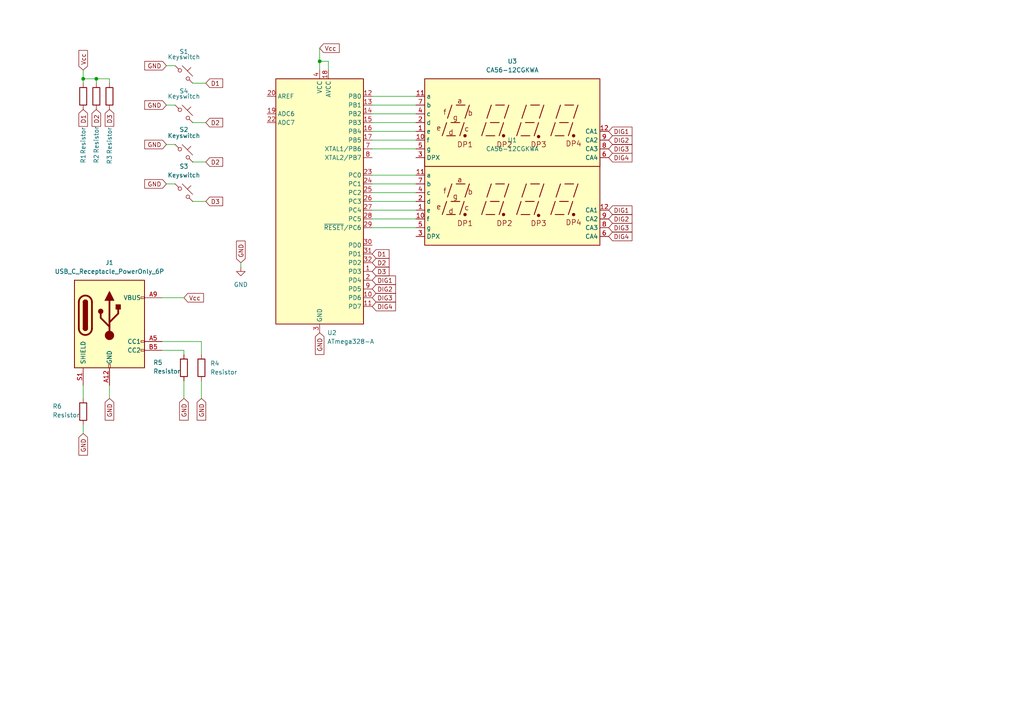
<source format=kicad_sch>
(kicad_sch (version 20231120) (generator "eeschema") (generator_version "8.0")
  (paper "A4")
  (lib_symbols
    (symbol "Connector:USB_C_Receptacle_PowerOnly_6P" (pin_names (offset 1.016))
      (property "Reference" "J" (at 0 16.51 0))
      (property "Value" "USB_C_Receptacle_PowerOnly_6P" (at 0 13.97 0))
      (symbol "USB_C_Receptacle_PowerOnly_6P_0_0"
        (rectangle (start -0.254 -12.7) (end 0.254 -11.684))
        (rectangle (start 10.16 -7.366) (end 9.144 -7.874))
        (rectangle (start 10.16 -4.826) (end 9.144 -5.334))
        (rectangle (start 10.16 7.874) (end 9.144 7.366))
      )
      (symbol "USB_C_Receptacle_PowerOnly_6P_0_1"
        (rectangle (start -10.16 12.7) (end 10.16 -12.7) (stroke (width 0.254)) (fill (type background)))
        (arc (start -8.89 -1.27) (mid -6.985 -3.1667) (end -5.08 -1.27) (stroke (width 0.508)))
        (arc (start -7.62 -1.27) (mid -6.985 -1.9023) (end -6.35 -1.27) (stroke (width 0.254)))
        (arc (start -7.62 -1.27) (mid -6.985 -1.9023) (end -6.35 -1.27) (stroke (width 0.254)) (fill (type outline)))
        (rectangle (start -7.62 -1.27) (end -6.35 6.35) (stroke (width 0.254)) (fill (type outline)))
        (arc (start -6.35 6.35) (mid -6.985 6.9823) (end -7.62 6.35) (stroke (width 0.254)))
        (arc (start -6.35 6.35) (mid -6.985 6.9823) (end -7.62 6.35) (stroke (width 0.254)) (fill (type outline)))
        (arc (start -5.08 6.35) (mid -6.985 8.2467) (end -8.89 6.35) (stroke (width 0.508)))
        (circle (center -2.54 3.683) (radius 0.635) (stroke (width 0.254)) (fill (type outline)))
        (circle (center 0 -3.302) (radius 1.27) (fill (type outline)))
        (polyline (pts (xy -8.89 -1.27) (xy -8.89 6.35)) (stroke (width 0.508)))
        (polyline (pts (xy -5.08 6.35) (xy -5.08 -1.27)) (stroke (width 0.508)))
        (polyline (pts (xy 0 -3.302) (xy 0 6.858)) (stroke (width 0.508)))
        (polyline (pts (xy 0 -0.762) (xy -2.54 1.778) (xy -2.54 3.048)) (stroke (width 0.508)))
        (polyline (pts (xy 0 0.508) (xy 2.54 3.048) (xy 2.54 4.318)) (stroke (width 0.508)))
        (polyline (pts (xy -1.27 6.858) (xy 0 9.398) (xy 1.27 6.858) (xy -1.27 6.858)) (stroke (width 0.254)) (fill (type outline)))
        (rectangle (start 1.905 4.318) (end 3.175 5.588) (stroke (width 0.254)) (fill (type outline)))
      )
      (symbol "USB_C_Receptacle_PowerOnly_6P_1_1"
        (pin passive line (at 0 -17.78 90) (length 5.08) (name "GND") (number "A12"))
        (pin bidirectional line (at 15.24 -5.08 180) (length 5.08) (name "CC1") (number "A5"))
        (pin passive line (at 15.24 7.62 180) (length 5.08) (name "VBUS") (number "A9"))
        (pin passive line (at 0 -17.78 90) (length 5.08) hide (name "GND") (number "B12"))
        (pin bidirectional line (at 15.24 -7.62 180) (length 5.08) (name "CC2") (number "B5"))
        (pin passive line (at 15.24 7.62 180) (length 5.08) hide (name "VBUS") (number "B9"))
        (pin passive line (at -7.62 -17.78 90) (length 5.08) (name "SHIELD") (number "S1"))
      )
    )
    (symbol "Display_Character:CA56-12CGKWA"
      (property "Reference" "U" (at -24.13 13.97 0))
      (property "Value" "CA56-12CGKWA" (at 17.78 13.97 0))
      (symbol "CA56-12CGKWA_0_0"
        (rectangle (start -25.4 12.7) (end 25.4 -12.7) (stroke (width 0.254)) (fill (type background)))
        (polyline (pts (xy -20.32 -3.81) (xy -19.05 0)) (stroke (width 0.254)))
        (polyline (pts (xy -19.05 -3.81) (xy -16.51 -3.81)) (stroke (width 0.254)))
        (polyline (pts (xy -18.796 1.27) (xy -17.526 5.08)) (stroke (width 0.254)))
        (polyline (pts (xy -17.78 0) (xy -15.24 0)) (stroke (width 0.254)))
        (polyline (pts (xy -16.256 5.08) (xy -13.716 5.08)) (stroke (width 0.254)))
        (polyline (pts (xy -15.24 -3.81) (xy -13.97 0)) (stroke (width 0.254)))
        (polyline (pts (xy -13.716 1.27) (xy -12.446 5.08)) (stroke (width 0.254)))
        (polyline (pts (xy -8.89 -3.81) (xy -7.62 0)) (stroke (width 0.254)))
        (polyline (pts (xy -7.62 -3.81) (xy -5.08 -3.81)) (stroke (width 0.254)))
        (polyline (pts (xy -7.366 1.27) (xy -6.096 5.08)) (stroke (width 0.254)))
        (polyline (pts (xy -6.35 0) (xy -3.81 0)) (stroke (width 0.254)))
        (polyline (pts (xy -4.826 5.08) (xy -2.286 5.08)) (stroke (width 0.254)))
        (polyline (pts (xy -3.81 -3.81) (xy -2.54 0)) (stroke (width 0.254)))
        (polyline (pts (xy -2.286 1.27) (xy -1.016 5.08)) (stroke (width 0.254)))
        (polyline (pts (xy 1.27 -3.81) (xy 2.54 0)) (stroke (width 0.254)))
        (polyline (pts (xy 2.54 -3.81) (xy 5.08 -3.81)) (stroke (width 0.254)))
        (polyline (pts (xy 2.794 1.27) (xy 4.064 5.08)) (stroke (width 0.254)))
        (polyline (pts (xy 3.81 0) (xy 6.35 0)) (stroke (width 0.254)))
        (polyline (pts (xy 5.334 5.08) (xy 7.874 5.08)) (stroke (width 0.254)))
        (polyline (pts (xy 6.35 -3.81) (xy 7.62 0)) (stroke (width 0.254)))
        (polyline (pts (xy 7.874 1.27) (xy 9.144 5.08)) (stroke (width 0.254)))
        (polyline (pts (xy 11.176 -3.81) (xy 12.446 0)) (stroke (width 0.254)))
        (polyline (pts (xy 12.446 -3.81) (xy 14.986 -3.81)) (stroke (width 0.254)))
        (polyline (pts (xy 12.7 1.27) (xy 13.97 5.08)) (stroke (width 0.254)))
        (polyline (pts (xy 13.716 0) (xy 16.256 0)) (stroke (width 0.254)))
        (polyline (pts (xy 15.24 5.08) (xy 17.78 5.08)) (stroke (width 0.254)))
        (polyline (pts (xy 16.256 -3.81) (xy 17.526 0)) (stroke (width 0.254)))
        (polyline (pts (xy 17.78 1.27) (xy 19.05 5.08)) (stroke (width 0.254)))
        (text "a" (at -15.24 6.35 0) (effects (font (size 1.524 1.524))))
        (text "b" (at -12.192 2.794 0) (effects (font (size 1.524 1.524))))
        (text "c" (at -13.208 -1.778 0) (effects (font (size 1.524 1.524))))
        (text "d" (at -17.78 -2.794 0) (effects (font (size 1.524 1.524))))
        (text "DP1" (at -13.716 -6.35 0) (effects (font (size 1.524 1.524))))
        (text "DP2" (at -2.286 -6.35 0) (effects (font (size 1.524 1.524))))
        (text "DP3" (at 7.62 -6.35 0) (effects (font (size 1.524 1.524))))
        (text "DP4" (at 17.78 -6.096 0) (effects (font (size 1.524 1.524))))
        (text "e" (at -21.336 -1.524 0) (effects (font (size 1.524 1.524))))
        (text "f" (at -19.558 3.048 0) (effects (font (size 1.524 1.524))))
        (text "g" (at -16.51 1.524 0) (effects (font (size 1.524 1.524))))
      )
      (symbol "CA56-12CGKWA_0_1"
        (circle (center -13.716 -3.81) (radius 0.3556) (stroke (width 0.254)) (fill (type outline)))
        (circle (center -2.54 -3.81) (radius 0.3556) (stroke (width 0.254)) (fill (type outline)))
      )
      (symbol "CA56-12CGKWA_1_0"
        (circle (center 7.62 -4.064) (radius 0.3556) (stroke (width 0.254)) (fill (type outline)))
        (circle (center 17.78 -3.81) (radius 0.3556) (stroke (width 0.254)) (fill (type outline)))
      )
      (symbol "CA56-12CGKWA_1_1"
        (pin input line (at -27.94 -2.54 0) (length 2.54) (name "e") (number "1"))
        (pin input line (at -27.94 -5.08 0) (length 2.54) (name "f") (number "10"))
        (pin input line (at -27.94 7.62 0) (length 2.54) (name "a") (number "11"))
        (pin input line (at 27.94 -2.54 180) (length 2.54) (name "CA1") (number "12"))
        (pin input line (at -27.94 0 0) (length 2.54) (name "d") (number "2"))
        (pin input line (at -27.94 -10.16 0) (length 2.54) (name "DPX") (number "3"))
        (pin input line (at -27.94 2.54 0) (length 2.54) (name "c") (number "4"))
        (pin input line (at -27.94 -7.62 0) (length 2.54) (name "g") (number "5"))
        (pin input line (at 27.94 -10.16 180) (length 2.54) (name "CA4") (number "6"))
        (pin input line (at -27.94 5.08 0) (length 2.54) (name "b") (number "7"))
        (pin input line (at 27.94 -7.62 180) (length 2.54) (name "CA3") (number "8"))
        (pin input line (at 27.94 -5.08 180) (length 2.54) (name "CA2") (number "9"))
      )
    )
    (symbol "Keyboard:Placeholder_Keyswitch" (pin_numbers hide) (pin_names (offset 1.016) hide)
      (property "Reference" "S" (at 3.048 1.016 0))
      (property "Value" "Keyswitch" (at 0 -3.81 0))
      (symbol "Placeholder_Keyswitch_0_1"
        (circle (center -1.1684 1.1684) (radius 0.508))
        (polyline (pts (xy -0.508 2.54) (xy 2.54 -0.508)))
        (polyline (pts (xy 1.016 1.016) (xy 2.032 2.032)))
        (polyline (pts (xy -2.54 2.54) (xy -1.524 1.524) (xy -1.524 1.524)))
        (polyline (pts (xy 1.524 -1.524) (xy 2.54 -2.54) (xy 2.54 -2.54) (xy 2.54 -2.54)))
        (circle (center 1.143 -1.1938) (radius 0.508))
        (pin passive line (at -2.54 2.54 0) (length 0) (name "1") (number "1"))
        (pin passive line (at 2.54 -2.54 180) (length 0) (name "2") (number "2"))
      )
    )
    (symbol "Keyboard:Placeholder_Resistor" (pin_numbers hide) (pin_names (offset 0))
      (property "Reference" "R" (at 0 2.032 0))
      (property "Value" "Resistor" (at 0 -2.54 0))
      (symbol "Placeholder_Resistor_0_1"
        (rectangle (start 2.54 -1.016) (end -2.54 1.016) (stroke (width 0.254)))
      )
      (symbol "Placeholder_Resistor_1_1"
        (pin passive line (at -3.81 0 0) (length 1.27) (name "~") (number "1"))
        (pin passive line (at 3.81 0 180) (length 1.27) (name "~") (number "2"))
      )
    )
    (symbol "MCU_Microchip_ATmega:ATmega328-A"
      (property "Reference" "U" (at -12.7 36.83 0))
      (property "Value" "ATmega328-A" (at 2.54 -36.83 0))
      (symbol "ATmega328-A_0_1"
        (rectangle (start -12.7 -35.56) (end 12.7 35.56) (stroke (width 0.254)) (fill (type background)))
      )
      (symbol "ATmega328-A_1_1"
        (pin bidirectional line (at 15.24 -20.32 180) (length 2.54) (name "PD3") (number "1"))
        (pin bidirectional line (at 15.24 -27.94 180) (length 2.54) (name "PD6") (number "10"))
        (pin bidirectional line (at 15.24 -30.48 180) (length 2.54) (name "PD7") (number "11"))
        (pin bidirectional line (at 15.24 30.48 180) (length 2.54) (name "PB0") (number "12"))
        (pin bidirectional line (at 15.24 27.94 180) (length 2.54) (name "PB1") (number "13"))
        (pin bidirectional line (at 15.24 25.4 180) (length 2.54) (name "PB2") (number "14"))
        (pin bidirectional line (at 15.24 22.86 180) (length 2.54) (name "PB3") (number "15"))
        (pin bidirectional line (at 15.24 20.32 180) (length 2.54) (name "PB4") (number "16"))
        (pin bidirectional line (at 15.24 17.78 180) (length 2.54) (name "PB5") (number "17"))
        (pin power_in line (at 2.54 38.1 270) (length 2.54) (name "AVCC") (number "18"))
        (pin input line (at -15.24 25.4 0) (length 2.54) (name "ADC6") (number "19"))
        (pin bidirectional line (at 15.24 -22.86 180) (length 2.54) (name "PD4") (number "2"))
        (pin passive line (at -15.24 30.48 0) (length 2.54) (name "AREF") (number "20"))
        (pin passive line (at 0 -38.1 90) (length 2.54) hide (name "GND") (number "21"))
        (pin input line (at -15.24 22.86 0) (length 2.54) (name "ADC7") (number "22"))
        (pin bidirectional line (at 15.24 7.62 180) (length 2.54) (name "PC0") (number "23"))
        (pin bidirectional line (at 15.24 5.08 180) (length 2.54) (name "PC1") (number "24"))
        (pin bidirectional line (at 15.24 2.54 180) (length 2.54) (name "PC2") (number "25"))
        (pin bidirectional line (at 15.24 0 180) (length 2.54) (name "PC3") (number "26"))
        (pin bidirectional line (at 15.24 -2.54 180) (length 2.54) (name "PC4") (number "27"))
        (pin bidirectional line (at 15.24 -5.08 180) (length 2.54) (name "PC5") (number "28"))
        (pin bidirectional line (at 15.24 -7.62 180) (length 2.54) (name "~{RESET}/PC6") (number "29"))
        (pin power_in line (at 0 -38.1 90) (length 2.54) (name "GND") (number "3"))
        (pin bidirectional line (at 15.24 -12.7 180) (length 2.54) (name "PD0") (number "30"))
        (pin bidirectional line (at 15.24 -15.24 180) (length 2.54) (name "PD1") (number "31"))
        (pin bidirectional line (at 15.24 -17.78 180) (length 2.54) (name "PD2") (number "32"))
        (pin power_in line (at 0 38.1 270) (length 2.54) (name "VCC") (number "4"))
        (pin passive line (at 0 -38.1 90) (length 2.54) hide (name "GND") (number "5"))
        (pin passive line (at 0 38.1 270) (length 2.54) hide (name "VCC") (number "6"))
        (pin bidirectional line (at 15.24 15.24 180) (length 2.54) (name "XTAL1/PB6") (number "7"))
        (pin bidirectional line (at 15.24 12.7 180) (length 2.54) (name "XTAL2/PB7") (number "8"))
        (pin bidirectional line (at 15.24 -25.4 180) (length 2.54) (name "PD5") (number "9"))
      )
    )
    (symbol "power:GND" (power) (pin_numbers hide) (pin_names (offset 0) hide)
      (property "Value" "GND" (at 0 -3.81 0))
      (symbol "GND_0_1"
        (polyline (pts (xy 0 0) (xy 0 -1.27) (xy 1.27 -1.27) (xy 0 -2.54) (xy -1.27 -1.27) (xy 0 -1.27)))
      )
      (symbol "GND_1_1"
        (pin power_in line (at 0 0 270) (length 0) (name "~") (number "1"))
      )
    )
  )
  (junction (at 92.71 17.78))
  (junction (at 27.94 22.86))
  (junction (at 24.13 22.86))
  (wire (pts (xy 24.13 20.32) (xy 24.13 22.86)))
  (wire (pts (xy 107.95 38.1) (xy 120.65 38.1)))
  (wire (pts (xy 107.95 30.48) (xy 120.65 30.48)))
  (wire (pts (xy 27.94 22.86) (xy 27.94 24.13)))
  (wire (pts (xy 53.34 110.49) (xy 53.34 115.57)))
  (wire (pts (xy 53.34 101.6) (xy 53.34 102.87)))
  (wire (pts (xy 48.26 19.05) (xy 50.8 19.05)))
  (wire (pts (xy 107.95 35.56) (xy 120.65 35.56)))
  (wire (pts (xy 92.71 13.97) (xy 92.71 17.78)))
  (wire (pts (xy 107.95 50.8) (xy 120.65 50.8)))
  (wire (pts (xy 107.95 33.02) (xy 120.65 33.02)))
  (wire (pts (xy 107.95 40.64) (xy 120.65 40.64)))
  (wire (pts (xy 95.25 17.78) (xy 92.71 17.78)))
  (wire (pts (xy 27.94 22.86) (xy 31.75 22.86)))
  (wire (pts (xy 24.13 123.19) (xy 24.13 125.73)))
  (wire (pts (xy 58.42 110.49) (xy 58.42 115.57)))
  (wire (pts (xy 48.26 53.34) (xy 50.8 53.34)))
  (wire (pts (xy 58.42 99.06) (xy 58.42 102.87)))
  (wire (pts (xy 46.99 99.06) (xy 58.42 99.06)))
  (wire (pts (xy 55.88 46.99) (xy 59.69 46.99)))
  (wire (pts (xy 24.13 22.86) (xy 27.94 22.86)))
  (wire (pts (xy 48.26 30.48) (xy 50.8 30.48)))
  (wire (pts (xy 55.88 24.13) (xy 59.69 24.13)))
  (wire (pts (xy 46.99 86.36) (xy 53.34 86.36)))
  (wire (pts (xy 69.85 76.2) (xy 69.85 77.47)))
  (wire (pts (xy 95.25 20.32) (xy 95.25 17.78)))
  (wire (pts (xy 107.95 63.5) (xy 120.65 63.5)))
  (wire (pts (xy 107.95 53.34) (xy 120.65 53.34)))
  (wire (pts (xy 107.95 43.18) (xy 120.65 43.18)))
  (wire (pts (xy 107.95 60.96) (xy 120.65 60.96)))
  (wire (pts (xy 107.95 58.42) (xy 120.65 58.42)))
  (wire (pts (xy 48.26 41.91) (xy 50.8 41.91)))
  (wire (pts (xy 55.88 35.56) (xy 59.69 35.56)))
  (wire (pts (xy 107.95 27.94) (xy 120.65 27.94)))
  (wire (pts (xy 92.71 17.78) (xy 92.71 20.32)))
  (wire (pts (xy 55.88 58.42) (xy 59.69 58.42)))
  (wire (pts (xy 107.95 66.04) (xy 120.65 66.04)))
  (wire (pts (xy 24.13 22.86) (xy 24.13 24.13)))
  (wire (pts (xy 107.95 55.88) (xy 120.65 55.88)))
  (wire (pts (xy 31.75 111.76) (xy 31.75 115.57)))
  (wire (pts (xy 24.13 111.76) (xy 24.13 115.57)))
  (wire (pts (xy 31.75 22.86) (xy 31.75 24.13)))
  (wire (pts (xy 46.99 101.6) (xy 53.34 101.6)))
  (global_label "D1" (shape input) (at 24.13 31.75 270) (property "Intersheetrefs" "${INTERSHEET_REFS}" (effects (hide yes))))
  (global_label "D2" (shape input) (at 107.95 76.2 0) (property "Intersheetrefs" "${INTERSHEET_REFS}" (effects (hide yes))))
  (global_label "D1" (shape input) (at 59.69 24.13 0) (property "Intersheetrefs" "${INTERSHEET_REFS}" (effects (hide yes))))
  (global_label "GND" (shape input) (at 53.34 115.57 270) (property "Intersheetrefs" "${INTERSHEET_REFS}" (effects (hide yes))))
  (global_label "GND" (shape input) (at 69.85 76.2 90) (property "Intersheetrefs" "${INTERSHEET_REFS}" (effects (hide yes))))
  (global_label "DIG4" (shape input) (at 107.95 88.9 0) (property "Intersheetrefs" "${INTERSHEET_REFS}" (effects (hide yes))))
  (global_label "GND" (shape input) (at 24.13 125.73 270) (property "Intersheetrefs" "${INTERSHEET_REFS}" (effects (hide yes))))
  (global_label "Vcc" (shape input) (at 53.34 86.36 0) (property "Intersheetrefs" "${INTERSHEET_REFS}" (effects (hide yes))))
  (global_label "D3" (shape input) (at 31.75 31.75 270) (property "Intersheetrefs" "${INTERSHEET_REFS}" (effects (hide yes))))
  (global_label "DIG2" (shape input) (at 107.95 83.82 0) (property "Intersheetrefs" "${INTERSHEET_REFS}" (effects (hide yes))))
  (global_label "D1" (shape input) (at 107.95 73.66 0) (property "Intersheetrefs" "${INTERSHEET_REFS}" (effects (hide yes))))
  (global_label "Vcc" (shape input) (at 24.13 20.32 90) (property "Intersheetrefs" "${INTERSHEET_REFS}" (effects (hide yes))))
  (global_label "DIG4" (shape input) (at 176.53 68.58 0) (property "Intersheetrefs" "${INTERSHEET_REFS}" (effects (hide yes))))
  (global_label "DIG1" (shape input) (at 176.53 60.96 0) (property "Intersheetrefs" "${INTERSHEET_REFS}" (effects (hide yes))))
  (global_label "GND" (shape input) (at 48.26 53.34 180) (property "Intersheetrefs" "${INTERSHEET_REFS}" (effects (hide yes))))
  (global_label "D2" (shape input) (at 59.69 35.56 0) (property "Intersheetrefs" "${INTERSHEET_REFS}" (effects (hide yes))))
  (global_label "GND" (shape input) (at 31.75 115.57 270) (property "Intersheetrefs" "${INTERSHEET_REFS}" (effects (hide yes))))
  (global_label "Vcc" (shape input) (at 92.71 13.97 0) (property "Intersheetrefs" "${INTERSHEET_REFS}" (effects (hide yes))))
  (global_label "DIG2" (shape input) (at 176.53 40.64 0) (property "Intersheetrefs" "${INTERSHEET_REFS}" (effects (hide yes))))
  (global_label "D2" (shape input) (at 59.69 46.99 0) (property "Intersheetrefs" "${INTERSHEET_REFS}" (effects (hide yes))))
  (global_label "DIG1" (shape input) (at 176.53 38.1 0) (property "Intersheetrefs" "${INTERSHEET_REFS}" (effects (hide yes))))
  (global_label "DIG1" (shape input) (at 107.95 81.28 0) (property "Intersheetrefs" "${INTERSHEET_REFS}" (effects (hide yes))))
  (global_label "GND" (shape input) (at 48.26 19.05 180) (property "Intersheetrefs" "${INTERSHEET_REFS}" (effects (hide yes))))
  (global_label "D2" (shape input) (at 27.94 31.75 270) (property "Intersheetrefs" "${INTERSHEET_REFS}" (effects (hide yes))))
  (global_label "DIG3" (shape input) (at 176.53 43.18 0) (property "Intersheetrefs" "${INTERSHEET_REFS}" (effects (hide yes))))
  (global_label "GND" (shape input) (at 48.26 41.91 180) (property "Intersheetrefs" "${INTERSHEET_REFS}" (effects (hide yes))))
  (global_label "DIG4" (shape input) (at 176.53 45.72 0) (property "Intersheetrefs" "${INTERSHEET_REFS}" (effects (hide yes))))
  (global_label "GND" (shape input) (at 58.42 115.57 270) (property "Intersheetrefs" "${INTERSHEET_REFS}" (effects (hide yes))))
  (global_label "D3" (shape input) (at 59.69 58.42 0) (property "Intersheetrefs" "${INTERSHEET_REFS}" (effects (hide yes))))
  (global_label "DIG3" (shape input) (at 176.53 66.04 0) (property "Intersheetrefs" "${INTERSHEET_REFS}" (effects (hide yes))))
  (global_label "GND" (shape input) (at 92.71 96.52 270) (property "Intersheetrefs" "${INTERSHEET_REFS}" (effects (hide yes))))
  (global_label "DIG3" (shape input) (at 107.95 86.36 0) (property "Intersheetrefs" "${INTERSHEET_REFS}" (effects (hide yes))))
  (global_label "DIG2" (shape input) (at 176.53 63.5 0) (property "Intersheetrefs" "${INTERSHEET_REFS}" (effects (hide yes))))
  (global_label "GND" (shape input) (at 48.26 30.48 180) (property "Intersheetrefs" "${INTERSHEET_REFS}" (effects (hide yes))))
  (global_label "D3" (shape input) (at 107.95 78.74 0) (property "Intersheetrefs" "${INTERSHEET_REFS}" (effects (hide yes))))
  (symbol (lib_id "Keyboard:Placeholder_Resistor") (at 24.13 27.94 90) (unit 1)
    (property "Reference" "R1" (at 24.13 44.704 0) (effects (justify right)))
    (property "Value" "Resistor" (at 24.13 36.83 0) (effects (justify right)))
    (property "Footprint" "Resistor_SMD:R_0201_0603Metric" (effects (hide yes)))
    (property "Description" "Resistor" (effects (hide yes)))
  )
  (symbol (lib_id "Keyboard:Placeholder_Keyswitch") (at 53.34 55.88 0) (unit 1)
    (property "Reference" "S3" (at 53.34 48.26 0))
    (property "Value" "Keyswitch" (at 53.34 50.8 0))
    (property "Footprint" "hotswap:Hotswap_MX" (effects (hide yes)))
    (property "Description" "Push button switch, normally open, two pins, 45° tilted" (effects (hide yes)))
  )
  (symbol (lib_id "MCU_Microchip_ATmega:ATmega328-A") (at 92.71 58.42 0) (unit 1)
    (property "Reference" "U2" (at 94.9041 96.52 0) (effects (justify left)))
    (property "Value" "ATmega328-A" (at 94.9041 99.06 0) (effects (justify left)))
    (property "Footprint" "Package_QFP:TQFP-32_7x7mm_P0.8mm" (effects (hide yes)))
    (property "Datasheet" "http://ww1.microchip.com/downloads/en/DeviceDoc/ATmega328_P%20AVR%20MCU%20with%20picoPower%20Technology%20Data%20Sheet%2040001984A.pdf" (effects (hide yes)))
    (property "Description" "20MHz, 32kB Flash, 2kB SRAM, 1kB EEPROM, TQFP-32" (effects (hide yes)))
  )
  (symbol (lib_id "Keyboard:Placeholder_Keyswitch") (at 53.34 33.02 0) (unit 1)
    (property "Reference" "S4" (at 53.34 26.416 0))
    (property "Value" "Keyswitch" (at 53.34 27.94 0))
    (property "Footprint" "Button_Switch_SMD:SW_Push_1P1T-SH_NO_CK_KMR2xxG" (effects (hide yes)))
    (property "Description" "Push button switch, normally open, two pins, 45° tilted" (effects (hide yes)))
  )
  (symbol (lib_id "Keyboard:Placeholder_Keyswitch") (at 53.34 21.59 0) (unit 1)
    (property "Reference" "S1" (at 53.34 14.986 0))
    (property "Value" "Keyswitch" (at 53.34 16.51 0))
    (property "Footprint" "Button_Switch_SMD:SW_Push_1P1T-SH_NO_CK_KMR2xxG" (effects (hide yes)))
    (property "Description" "Push button switch, normally open, two pins, 45° tilted" (effects (hide yes)))
  )
  (symbol (lib_id "Keyboard:Placeholder_Resistor") (at 27.94 27.94 90) (unit 1)
    (property "Reference" "R2" (at 27.94 44.704 0) (effects (justify right)))
    (property "Value" "Resistor" (at 27.94 36.576 0) (effects (justify right)))
    (property "Footprint" "Resistor_SMD:R_0201_0603Metric" (effects (hide yes)))
    (property "Description" "Resistor" (effects (hide yes)))
  )
  (symbol (lib_id "Keyboard:Placeholder_Keyswitch") (at 53.34 44.45 0) (unit 1)
    (property "Reference" "S2" (at 53.34 37.592 0))
    (property "Value" "Keyswitch" (at 53.34 39.37 0))
    (property "Footprint" "hotswap:Hotswap_MX" (effects (hide yes)))
    (property "Description" "Push button switch, normally open, two pins, 45° tilted" (effects (hide yes)))
  )
  (symbol (lib_id "Keyboard:Placeholder_Resistor") (at 53.34 106.68 270) (unit 1)
    (property "Reference" "R5" (at 44.45 105.156 90) (effects (justify left)))
    (property "Value" "Resistor" (at 44.45 107.696 90) (effects (justify left)))
    (property "Footprint" "Resistor_SMD:R_0201_0603Metric" (effects (hide yes)))
    (property "Description" "Resistor" (effects (hide yes)))
  )
  (symbol (lib_id "power:GND") (at 69.85 77.47 0) (unit 1)
    (property "Reference" "#PWR01" (effects (hide yes)))
    (property "Value" "GND" (at 69.85 82.55 0))
    (property "Description" "Power symbol creates a global label with name \"GND\" , ground" (effects (hide yes)))
  )
  (symbol (lib_id "Keyboard:Placeholder_Resistor") (at 24.13 119.38 270) (unit 1)
    (property "Reference" "R6" (at 15.24 117.856 90) (effects (justify left)))
    (property "Value" "Resistor" (at 15.24 120.396 90) (effects (justify left)))
    (property "Footprint" "Resistor_SMD:R_0201_0603Metric" (effects (hide yes)))
    (property "Description" "Resistor" (effects (hide yes)))
  )
  (symbol (lib_id "Connector:USB_C_Receptacle_PowerOnly_6P") (at 31.75 93.98 0) (unit 1)
    (property "Reference" "J1" (at 31.75 76.2 0))
    (property "Value" "USB_C_Receptacle_PowerOnly_6P" (at 31.75 78.74 0))
    (property "Footprint" "Connector_USB:USB_C_Receptacle_GCT_USB4125-xx-x_6P_TopMnt_Horizontal" (effects (hide yes)))
    (property "Datasheet" "https://www.usb.org/sites/default/files/documents/usb_type-c.zip" (effects (hide yes)))
    (property "Description" "USB Power-Only 6P Type-C Receptacle connector" (effects (hide yes)))
  )
  (symbol (lib_id "Display_Character:CA56-12CGKWA") (at 148.59 58.42 0) (unit 1)
    (property "Reference" "U1" (at 148.59 40.64 0))
    (property "Value" "CA56-12CGKWA" (at 148.59 43.18 0))
    (property "Footprint" "Display_7Segment:CA56-12CGKWA" (effects (hide yes)))
    (property "Datasheet" "http://www.kingbright.com/attachments/file/psearch/000/00/00/CA56-12CGKWA(Ver.9A).pdf" (effects (hide yes)))
    (property "Description" "4 digit 7 segment Green LED, common anode" (effects (hide yes)))
  )
  (symbol (lib_id "Keyboard:Placeholder_Resistor") (at 58.42 106.68 270) (unit 1)
    (property "Reference" "R4" (at 60.96 105.4099 90) (effects (justify left)))
    (property "Value" "Resistor" (at 60.96 107.9499 90) (effects (justify left)))
    (property "Footprint" "Resistor_SMD:R_0201_0603Metric" (effects (hide yes)))
    (property "Description" "Resistor" (effects (hide yes)))
  )
  (symbol (lib_id "Keyboard:Placeholder_Resistor") (at 31.75 27.94 90) (unit 1)
    (property "Reference" "R3" (at 31.75 44.958 0) (effects (justify right)))
    (property "Value" "Resistor" (at 31.75 36.83 0) (effects (justify right)))
    (property "Footprint" "Resistor_SMD:R_0201_0603Metric" (effects (hide yes)))
    (property "Description" "Resistor" (effects (hide yes)))
  )
  (symbol (lib_id "Display_Character:CA56-12CGKWA") (at 148.59 35.56 0) (unit 1)
    (property "Reference" "U3" (at 148.59 17.78 0))
    (property "Value" "CA56-12CGKWA" (at 148.59 20.32 0))
    (property "Footprint" "Display_7Segment:CA56-12CGKWA" (effects (hide yes)))
    (property "Datasheet" "http://www.kingbright.com/attachments/file/psearch/000/00/00/CA56-12CGKWA(Ver.9A).pdf" (effects (hide yes)))
    (property "Description" "4 digit 7 segment Green LED, common anode" (effects (hide yes)))
  )
)
</source>
